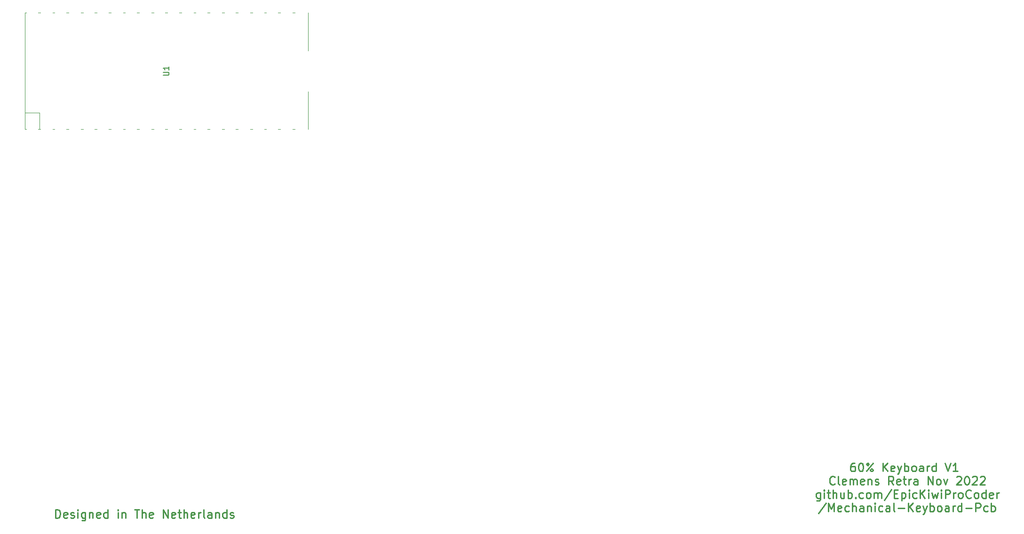
<source format=gbr>
%TF.GenerationSoftware,KiCad,Pcbnew,6.0.6-3a73a75311~116~ubuntu21.10.1*%
%TF.CreationDate,2022-11-06T15:30:45+01:00*%
%TF.ProjectId,Keyboard,4b657962-6f61-4726-942e-6b696361645f,v1*%
%TF.SameCoordinates,Original*%
%TF.FileFunction,Legend,Top*%
%TF.FilePolarity,Positive*%
%FSLAX46Y46*%
G04 Gerber Fmt 4.6, Leading zero omitted, Abs format (unit mm)*
G04 Created by KiCad (PCBNEW 6.0.6-3a73a75311~116~ubuntu21.10.1) date 2022-11-06 15:30:45*
%MOMM*%
%LPD*%
G01*
G04 APERTURE LIST*
%ADD10C,0.250000*%
%ADD11C,0.150000*%
%ADD12C,0.120000*%
%ADD13C,2.000000*%
%ADD14C,1.750000*%
%ADD15C,3.987800*%
%ADD16C,3.000000*%
%ADD17O,1.700000X1.700000*%
%ADD18R,1.700000X1.700000*%
G04 APERTURE END LIST*
D10*
X80037699Y-146719371D02*
X80037699Y-145219371D01*
X80394842Y-145219371D01*
X80609128Y-145290800D01*
X80751985Y-145433657D01*
X80823414Y-145576514D01*
X80894842Y-145862228D01*
X80894842Y-146076514D01*
X80823414Y-146362228D01*
X80751985Y-146505085D01*
X80609128Y-146647942D01*
X80394842Y-146719371D01*
X80037699Y-146719371D01*
X82109128Y-146647942D02*
X81966271Y-146719371D01*
X81680557Y-146719371D01*
X81537699Y-146647942D01*
X81466271Y-146505085D01*
X81466271Y-145933657D01*
X81537699Y-145790800D01*
X81680557Y-145719371D01*
X81966271Y-145719371D01*
X82109128Y-145790800D01*
X82180557Y-145933657D01*
X82180557Y-146076514D01*
X81466271Y-146219371D01*
X82751985Y-146647942D02*
X82894842Y-146719371D01*
X83180557Y-146719371D01*
X83323414Y-146647942D01*
X83394842Y-146505085D01*
X83394842Y-146433657D01*
X83323414Y-146290800D01*
X83180557Y-146219371D01*
X82966271Y-146219371D01*
X82823414Y-146147942D01*
X82751985Y-146005085D01*
X82751985Y-145933657D01*
X82823414Y-145790800D01*
X82966271Y-145719371D01*
X83180557Y-145719371D01*
X83323414Y-145790800D01*
X84037699Y-146719371D02*
X84037699Y-145719371D01*
X84037699Y-145219371D02*
X83966271Y-145290800D01*
X84037699Y-145362228D01*
X84109128Y-145290800D01*
X84037699Y-145219371D01*
X84037699Y-145362228D01*
X85394842Y-145719371D02*
X85394842Y-146933657D01*
X85323414Y-147076514D01*
X85251985Y-147147942D01*
X85109128Y-147219371D01*
X84894842Y-147219371D01*
X84751985Y-147147942D01*
X85394842Y-146647942D02*
X85251985Y-146719371D01*
X84966271Y-146719371D01*
X84823414Y-146647942D01*
X84751985Y-146576514D01*
X84680557Y-146433657D01*
X84680557Y-146005085D01*
X84751985Y-145862228D01*
X84823414Y-145790800D01*
X84966271Y-145719371D01*
X85251985Y-145719371D01*
X85394842Y-145790800D01*
X86109128Y-145719371D02*
X86109128Y-146719371D01*
X86109128Y-145862228D02*
X86180557Y-145790800D01*
X86323414Y-145719371D01*
X86537699Y-145719371D01*
X86680557Y-145790800D01*
X86751985Y-145933657D01*
X86751985Y-146719371D01*
X88037700Y-146647942D02*
X87894842Y-146719371D01*
X87609128Y-146719371D01*
X87466271Y-146647942D01*
X87394842Y-146505085D01*
X87394842Y-145933657D01*
X87466271Y-145790800D01*
X87609128Y-145719371D01*
X87894842Y-145719371D01*
X88037700Y-145790800D01*
X88109128Y-145933657D01*
X88109128Y-146076514D01*
X87394842Y-146219371D01*
X89394842Y-146719371D02*
X89394842Y-145219371D01*
X89394842Y-146647942D02*
X89251985Y-146719371D01*
X88966271Y-146719371D01*
X88823414Y-146647942D01*
X88751985Y-146576514D01*
X88680557Y-146433657D01*
X88680557Y-146005085D01*
X88751985Y-145862228D01*
X88823414Y-145790800D01*
X88966271Y-145719371D01*
X89251985Y-145719371D01*
X89394842Y-145790800D01*
X91251985Y-146719371D02*
X91251985Y-145719371D01*
X91251985Y-145219371D02*
X91180557Y-145290800D01*
X91251985Y-145362228D01*
X91323414Y-145290800D01*
X91251985Y-145219371D01*
X91251985Y-145362228D01*
X91966271Y-145719371D02*
X91966271Y-146719371D01*
X91966271Y-145862228D02*
X92037699Y-145790800D01*
X92180557Y-145719371D01*
X92394842Y-145719371D01*
X92537699Y-145790800D01*
X92609128Y-145933657D01*
X92609128Y-146719371D01*
X94251985Y-145219371D02*
X95109128Y-145219371D01*
X94680557Y-146719371D02*
X94680557Y-145219371D01*
X95609128Y-146719371D02*
X95609128Y-145219371D01*
X96251985Y-146719371D02*
X96251985Y-145933657D01*
X96180557Y-145790800D01*
X96037699Y-145719371D01*
X95823414Y-145719371D01*
X95680557Y-145790800D01*
X95609128Y-145862228D01*
X97537699Y-146647942D02*
X97394842Y-146719371D01*
X97109128Y-146719371D01*
X96966271Y-146647942D01*
X96894842Y-146505085D01*
X96894842Y-145933657D01*
X96966271Y-145790800D01*
X97109128Y-145719371D01*
X97394842Y-145719371D01*
X97537699Y-145790800D01*
X97609128Y-145933657D01*
X97609128Y-146076514D01*
X96894842Y-146219371D01*
X99394842Y-146719371D02*
X99394842Y-145219371D01*
X100251985Y-146719371D01*
X100251985Y-145219371D01*
X101537699Y-146647942D02*
X101394842Y-146719371D01*
X101109128Y-146719371D01*
X100966271Y-146647942D01*
X100894842Y-146505085D01*
X100894842Y-145933657D01*
X100966271Y-145790800D01*
X101109128Y-145719371D01*
X101394842Y-145719371D01*
X101537699Y-145790800D01*
X101609128Y-145933657D01*
X101609128Y-146076514D01*
X100894842Y-146219371D01*
X102037699Y-145719371D02*
X102609128Y-145719371D01*
X102251985Y-145219371D02*
X102251985Y-146505085D01*
X102323414Y-146647942D01*
X102466271Y-146719371D01*
X102609128Y-146719371D01*
X103109128Y-146719371D02*
X103109128Y-145219371D01*
X103751985Y-146719371D02*
X103751985Y-145933657D01*
X103680557Y-145790800D01*
X103537700Y-145719371D01*
X103323414Y-145719371D01*
X103180557Y-145790800D01*
X103109128Y-145862228D01*
X105037700Y-146647942D02*
X104894842Y-146719371D01*
X104609128Y-146719371D01*
X104466271Y-146647942D01*
X104394842Y-146505085D01*
X104394842Y-145933657D01*
X104466271Y-145790800D01*
X104609128Y-145719371D01*
X104894842Y-145719371D01*
X105037700Y-145790800D01*
X105109128Y-145933657D01*
X105109128Y-146076514D01*
X104394842Y-146219371D01*
X105751985Y-146719371D02*
X105751985Y-145719371D01*
X105751985Y-146005085D02*
X105823414Y-145862228D01*
X105894842Y-145790800D01*
X106037700Y-145719371D01*
X106180557Y-145719371D01*
X106894842Y-146719371D02*
X106751985Y-146647942D01*
X106680557Y-146505085D01*
X106680557Y-145219371D01*
X108109128Y-146719371D02*
X108109128Y-145933657D01*
X108037700Y-145790800D01*
X107894842Y-145719371D01*
X107609128Y-145719371D01*
X107466271Y-145790800D01*
X108109128Y-146647942D02*
X107966271Y-146719371D01*
X107609128Y-146719371D01*
X107466271Y-146647942D01*
X107394842Y-146505085D01*
X107394842Y-146362228D01*
X107466271Y-146219371D01*
X107609128Y-146147942D01*
X107966271Y-146147942D01*
X108109128Y-146076514D01*
X108823414Y-145719371D02*
X108823414Y-146719371D01*
X108823414Y-145862228D02*
X108894842Y-145790800D01*
X109037700Y-145719371D01*
X109251985Y-145719371D01*
X109394842Y-145790800D01*
X109466271Y-145933657D01*
X109466271Y-146719371D01*
X110823414Y-146719371D02*
X110823414Y-145219371D01*
X110823414Y-146647942D02*
X110680557Y-146719371D01*
X110394842Y-146719371D01*
X110251985Y-146647942D01*
X110180557Y-146576514D01*
X110109128Y-146433657D01*
X110109128Y-146005085D01*
X110180557Y-145862228D01*
X110251985Y-145790800D01*
X110394842Y-145719371D01*
X110680557Y-145719371D01*
X110823414Y-145790800D01*
X111466271Y-146647942D02*
X111609128Y-146719371D01*
X111894842Y-146719371D01*
X112037700Y-146647942D01*
X112109128Y-146505085D01*
X112109128Y-146433657D01*
X112037700Y-146290800D01*
X111894842Y-146219371D01*
X111680557Y-146219371D01*
X111537700Y-146147942D01*
X111466271Y-146005085D01*
X111466271Y-145933657D01*
X111537700Y-145790800D01*
X111680557Y-145719371D01*
X111894842Y-145719371D01*
X112037700Y-145790800D01*
X223847800Y-136834671D02*
X223562085Y-136834671D01*
X223419228Y-136906100D01*
X223347800Y-136977528D01*
X223204942Y-137191814D01*
X223133514Y-137477528D01*
X223133514Y-138048957D01*
X223204942Y-138191814D01*
X223276371Y-138263242D01*
X223419228Y-138334671D01*
X223704942Y-138334671D01*
X223847800Y-138263242D01*
X223919228Y-138191814D01*
X223990657Y-138048957D01*
X223990657Y-137691814D01*
X223919228Y-137548957D01*
X223847800Y-137477528D01*
X223704942Y-137406100D01*
X223419228Y-137406100D01*
X223276371Y-137477528D01*
X223204942Y-137548957D01*
X223133514Y-137691814D01*
X224919228Y-136834671D02*
X225062085Y-136834671D01*
X225204942Y-136906100D01*
X225276371Y-136977528D01*
X225347800Y-137120385D01*
X225419228Y-137406100D01*
X225419228Y-137763242D01*
X225347800Y-138048957D01*
X225276371Y-138191814D01*
X225204942Y-138263242D01*
X225062085Y-138334671D01*
X224919228Y-138334671D01*
X224776371Y-138263242D01*
X224704942Y-138191814D01*
X224633514Y-138048957D01*
X224562085Y-137763242D01*
X224562085Y-137406100D01*
X224633514Y-137120385D01*
X224704942Y-136977528D01*
X224776371Y-136906100D01*
X224919228Y-136834671D01*
X225990657Y-138334671D02*
X227133514Y-136834671D01*
X226204942Y-136834671D02*
X226347800Y-136906100D01*
X226419228Y-137048957D01*
X226347800Y-137191814D01*
X226204942Y-137263242D01*
X226062085Y-137191814D01*
X225990657Y-137048957D01*
X226062085Y-136906100D01*
X226204942Y-136834671D01*
X227062085Y-138263242D02*
X227133514Y-138120385D01*
X227062085Y-137977528D01*
X226919228Y-137906100D01*
X226776371Y-137977528D01*
X226704942Y-138120385D01*
X226776371Y-138263242D01*
X226919228Y-138334671D01*
X227062085Y-138263242D01*
X228919228Y-138334671D02*
X228919228Y-136834671D01*
X229776371Y-138334671D02*
X229133514Y-137477528D01*
X229776371Y-136834671D02*
X228919228Y-137691814D01*
X230990657Y-138263242D02*
X230847800Y-138334671D01*
X230562085Y-138334671D01*
X230419228Y-138263242D01*
X230347800Y-138120385D01*
X230347800Y-137548957D01*
X230419228Y-137406100D01*
X230562085Y-137334671D01*
X230847800Y-137334671D01*
X230990657Y-137406100D01*
X231062085Y-137548957D01*
X231062085Y-137691814D01*
X230347800Y-137834671D01*
X231562085Y-137334671D02*
X231919228Y-138334671D01*
X232276371Y-137334671D02*
X231919228Y-138334671D01*
X231776371Y-138691814D01*
X231704942Y-138763242D01*
X231562085Y-138834671D01*
X232847800Y-138334671D02*
X232847800Y-136834671D01*
X232847800Y-137406100D02*
X232990657Y-137334671D01*
X233276371Y-137334671D01*
X233419228Y-137406100D01*
X233490657Y-137477528D01*
X233562085Y-137620385D01*
X233562085Y-138048957D01*
X233490657Y-138191814D01*
X233419228Y-138263242D01*
X233276371Y-138334671D01*
X232990657Y-138334671D01*
X232847800Y-138263242D01*
X234419228Y-138334671D02*
X234276371Y-138263242D01*
X234204942Y-138191814D01*
X234133514Y-138048957D01*
X234133514Y-137620385D01*
X234204942Y-137477528D01*
X234276371Y-137406100D01*
X234419228Y-137334671D01*
X234633514Y-137334671D01*
X234776371Y-137406100D01*
X234847800Y-137477528D01*
X234919228Y-137620385D01*
X234919228Y-138048957D01*
X234847800Y-138191814D01*
X234776371Y-138263242D01*
X234633514Y-138334671D01*
X234419228Y-138334671D01*
X236204942Y-138334671D02*
X236204942Y-137548957D01*
X236133514Y-137406100D01*
X235990657Y-137334671D01*
X235704942Y-137334671D01*
X235562085Y-137406100D01*
X236204942Y-138263242D02*
X236062085Y-138334671D01*
X235704942Y-138334671D01*
X235562085Y-138263242D01*
X235490657Y-138120385D01*
X235490657Y-137977528D01*
X235562085Y-137834671D01*
X235704942Y-137763242D01*
X236062085Y-137763242D01*
X236204942Y-137691814D01*
X236919228Y-138334671D02*
X236919228Y-137334671D01*
X236919228Y-137620385D02*
X236990657Y-137477528D01*
X237062085Y-137406100D01*
X237204942Y-137334671D01*
X237347800Y-137334671D01*
X238490657Y-138334671D02*
X238490657Y-136834671D01*
X238490657Y-138263242D02*
X238347800Y-138334671D01*
X238062085Y-138334671D01*
X237919228Y-138263242D01*
X237847800Y-138191814D01*
X237776371Y-138048957D01*
X237776371Y-137620385D01*
X237847800Y-137477528D01*
X237919228Y-137406100D01*
X238062085Y-137334671D01*
X238347800Y-137334671D01*
X238490657Y-137406100D01*
X240133514Y-136834671D02*
X240633514Y-138334671D01*
X241133514Y-136834671D01*
X242419228Y-138334671D02*
X241562085Y-138334671D01*
X241990657Y-138334671D02*
X241990657Y-136834671D01*
X241847800Y-137048957D01*
X241704942Y-137191814D01*
X241562085Y-137263242D01*
X220276371Y-140606814D02*
X220204942Y-140678242D01*
X219990657Y-140749671D01*
X219847800Y-140749671D01*
X219633514Y-140678242D01*
X219490657Y-140535385D01*
X219419228Y-140392528D01*
X219347800Y-140106814D01*
X219347800Y-139892528D01*
X219419228Y-139606814D01*
X219490657Y-139463957D01*
X219633514Y-139321100D01*
X219847800Y-139249671D01*
X219990657Y-139249671D01*
X220204942Y-139321100D01*
X220276371Y-139392528D01*
X221133514Y-140749671D02*
X220990657Y-140678242D01*
X220919228Y-140535385D01*
X220919228Y-139249671D01*
X222276371Y-140678242D02*
X222133514Y-140749671D01*
X221847800Y-140749671D01*
X221704942Y-140678242D01*
X221633514Y-140535385D01*
X221633514Y-139963957D01*
X221704942Y-139821100D01*
X221847800Y-139749671D01*
X222133514Y-139749671D01*
X222276371Y-139821100D01*
X222347800Y-139963957D01*
X222347800Y-140106814D01*
X221633514Y-140249671D01*
X222990657Y-140749671D02*
X222990657Y-139749671D01*
X222990657Y-139892528D02*
X223062085Y-139821100D01*
X223204942Y-139749671D01*
X223419228Y-139749671D01*
X223562085Y-139821100D01*
X223633514Y-139963957D01*
X223633514Y-140749671D01*
X223633514Y-139963957D02*
X223704942Y-139821100D01*
X223847800Y-139749671D01*
X224062085Y-139749671D01*
X224204942Y-139821100D01*
X224276371Y-139963957D01*
X224276371Y-140749671D01*
X225562085Y-140678242D02*
X225419228Y-140749671D01*
X225133514Y-140749671D01*
X224990657Y-140678242D01*
X224919228Y-140535385D01*
X224919228Y-139963957D01*
X224990657Y-139821100D01*
X225133514Y-139749671D01*
X225419228Y-139749671D01*
X225562085Y-139821100D01*
X225633514Y-139963957D01*
X225633514Y-140106814D01*
X224919228Y-140249671D01*
X226276371Y-139749671D02*
X226276371Y-140749671D01*
X226276371Y-139892528D02*
X226347800Y-139821100D01*
X226490657Y-139749671D01*
X226704942Y-139749671D01*
X226847800Y-139821100D01*
X226919228Y-139963957D01*
X226919228Y-140749671D01*
X227562085Y-140678242D02*
X227704942Y-140749671D01*
X227990657Y-140749671D01*
X228133514Y-140678242D01*
X228204942Y-140535385D01*
X228204942Y-140463957D01*
X228133514Y-140321100D01*
X227990657Y-140249671D01*
X227776371Y-140249671D01*
X227633514Y-140178242D01*
X227562085Y-140035385D01*
X227562085Y-139963957D01*
X227633514Y-139821100D01*
X227776371Y-139749671D01*
X227990657Y-139749671D01*
X228133514Y-139821100D01*
X230847800Y-140749671D02*
X230347800Y-140035385D01*
X229990657Y-140749671D02*
X229990657Y-139249671D01*
X230562085Y-139249671D01*
X230704942Y-139321100D01*
X230776371Y-139392528D01*
X230847800Y-139535385D01*
X230847800Y-139749671D01*
X230776371Y-139892528D01*
X230704942Y-139963957D01*
X230562085Y-140035385D01*
X229990657Y-140035385D01*
X232062085Y-140678242D02*
X231919228Y-140749671D01*
X231633514Y-140749671D01*
X231490657Y-140678242D01*
X231419228Y-140535385D01*
X231419228Y-139963957D01*
X231490657Y-139821100D01*
X231633514Y-139749671D01*
X231919228Y-139749671D01*
X232062085Y-139821100D01*
X232133514Y-139963957D01*
X232133514Y-140106814D01*
X231419228Y-140249671D01*
X232562085Y-139749671D02*
X233133514Y-139749671D01*
X232776371Y-139249671D02*
X232776371Y-140535385D01*
X232847800Y-140678242D01*
X232990657Y-140749671D01*
X233133514Y-140749671D01*
X233633514Y-140749671D02*
X233633514Y-139749671D01*
X233633514Y-140035385D02*
X233704942Y-139892528D01*
X233776371Y-139821100D01*
X233919228Y-139749671D01*
X234062085Y-139749671D01*
X235204942Y-140749671D02*
X235204942Y-139963957D01*
X235133514Y-139821100D01*
X234990657Y-139749671D01*
X234704942Y-139749671D01*
X234562085Y-139821100D01*
X235204942Y-140678242D02*
X235062085Y-140749671D01*
X234704942Y-140749671D01*
X234562085Y-140678242D01*
X234490657Y-140535385D01*
X234490657Y-140392528D01*
X234562085Y-140249671D01*
X234704942Y-140178242D01*
X235062085Y-140178242D01*
X235204942Y-140106814D01*
X237062085Y-140749671D02*
X237062085Y-139249671D01*
X237919228Y-140749671D01*
X237919228Y-139249671D01*
X238847800Y-140749671D02*
X238704942Y-140678242D01*
X238633514Y-140606814D01*
X238562085Y-140463957D01*
X238562085Y-140035385D01*
X238633514Y-139892528D01*
X238704942Y-139821100D01*
X238847800Y-139749671D01*
X239062085Y-139749671D01*
X239204942Y-139821100D01*
X239276371Y-139892528D01*
X239347800Y-140035385D01*
X239347800Y-140463957D01*
X239276371Y-140606814D01*
X239204942Y-140678242D01*
X239062085Y-140749671D01*
X238847800Y-140749671D01*
X239847800Y-139749671D02*
X240204942Y-140749671D01*
X240562085Y-139749671D01*
X242204942Y-139392528D02*
X242276371Y-139321100D01*
X242419228Y-139249671D01*
X242776371Y-139249671D01*
X242919228Y-139321100D01*
X242990657Y-139392528D01*
X243062085Y-139535385D01*
X243062085Y-139678242D01*
X242990657Y-139892528D01*
X242133514Y-140749671D01*
X243062085Y-140749671D01*
X243990657Y-139249671D02*
X244133514Y-139249671D01*
X244276371Y-139321100D01*
X244347800Y-139392528D01*
X244419228Y-139535385D01*
X244490657Y-139821100D01*
X244490657Y-140178242D01*
X244419228Y-140463957D01*
X244347800Y-140606814D01*
X244276371Y-140678242D01*
X244133514Y-140749671D01*
X243990657Y-140749671D01*
X243847800Y-140678242D01*
X243776371Y-140606814D01*
X243704942Y-140463957D01*
X243633514Y-140178242D01*
X243633514Y-139821100D01*
X243704942Y-139535385D01*
X243776371Y-139392528D01*
X243847800Y-139321100D01*
X243990657Y-139249671D01*
X245062085Y-139392528D02*
X245133514Y-139321100D01*
X245276371Y-139249671D01*
X245633514Y-139249671D01*
X245776371Y-139321100D01*
X245847800Y-139392528D01*
X245919228Y-139535385D01*
X245919228Y-139678242D01*
X245847800Y-139892528D01*
X244990657Y-140749671D01*
X245919228Y-140749671D01*
X246490657Y-139392528D02*
X246562085Y-139321100D01*
X246704942Y-139249671D01*
X247062085Y-139249671D01*
X247204942Y-139321100D01*
X247276371Y-139392528D01*
X247347800Y-139535385D01*
X247347800Y-139678242D01*
X247276371Y-139892528D01*
X246419228Y-140749671D01*
X247347800Y-140749671D01*
X217669228Y-142164671D02*
X217669228Y-143378957D01*
X217597800Y-143521814D01*
X217526371Y-143593242D01*
X217383514Y-143664671D01*
X217169228Y-143664671D01*
X217026371Y-143593242D01*
X217669228Y-143093242D02*
X217526371Y-143164671D01*
X217240657Y-143164671D01*
X217097800Y-143093242D01*
X217026371Y-143021814D01*
X216954942Y-142878957D01*
X216954942Y-142450385D01*
X217026371Y-142307528D01*
X217097800Y-142236100D01*
X217240657Y-142164671D01*
X217526371Y-142164671D01*
X217669228Y-142236100D01*
X218383514Y-143164671D02*
X218383514Y-142164671D01*
X218383514Y-141664671D02*
X218312085Y-141736100D01*
X218383514Y-141807528D01*
X218454942Y-141736100D01*
X218383514Y-141664671D01*
X218383514Y-141807528D01*
X218883514Y-142164671D02*
X219454942Y-142164671D01*
X219097800Y-141664671D02*
X219097800Y-142950385D01*
X219169228Y-143093242D01*
X219312085Y-143164671D01*
X219454942Y-143164671D01*
X219954942Y-143164671D02*
X219954942Y-141664671D01*
X220597800Y-143164671D02*
X220597800Y-142378957D01*
X220526371Y-142236100D01*
X220383514Y-142164671D01*
X220169228Y-142164671D01*
X220026371Y-142236100D01*
X219954942Y-142307528D01*
X221954942Y-142164671D02*
X221954942Y-143164671D01*
X221312085Y-142164671D02*
X221312085Y-142950385D01*
X221383514Y-143093242D01*
X221526371Y-143164671D01*
X221740657Y-143164671D01*
X221883514Y-143093242D01*
X221954942Y-143021814D01*
X222669228Y-143164671D02*
X222669228Y-141664671D01*
X222669228Y-142236100D02*
X222812085Y-142164671D01*
X223097800Y-142164671D01*
X223240657Y-142236100D01*
X223312085Y-142307528D01*
X223383514Y-142450385D01*
X223383514Y-142878957D01*
X223312085Y-143021814D01*
X223240657Y-143093242D01*
X223097800Y-143164671D01*
X222812085Y-143164671D01*
X222669228Y-143093242D01*
X224026371Y-143021814D02*
X224097800Y-143093242D01*
X224026371Y-143164671D01*
X223954942Y-143093242D01*
X224026371Y-143021814D01*
X224026371Y-143164671D01*
X225383514Y-143093242D02*
X225240657Y-143164671D01*
X224954942Y-143164671D01*
X224812085Y-143093242D01*
X224740657Y-143021814D01*
X224669228Y-142878957D01*
X224669228Y-142450385D01*
X224740657Y-142307528D01*
X224812085Y-142236100D01*
X224954942Y-142164671D01*
X225240657Y-142164671D01*
X225383514Y-142236100D01*
X226240657Y-143164671D02*
X226097800Y-143093242D01*
X226026371Y-143021814D01*
X225954942Y-142878957D01*
X225954942Y-142450385D01*
X226026371Y-142307528D01*
X226097800Y-142236100D01*
X226240657Y-142164671D01*
X226454942Y-142164671D01*
X226597800Y-142236100D01*
X226669228Y-142307528D01*
X226740657Y-142450385D01*
X226740657Y-142878957D01*
X226669228Y-143021814D01*
X226597800Y-143093242D01*
X226454942Y-143164671D01*
X226240657Y-143164671D01*
X227383514Y-143164671D02*
X227383514Y-142164671D01*
X227383514Y-142307528D02*
X227454942Y-142236100D01*
X227597800Y-142164671D01*
X227812085Y-142164671D01*
X227954942Y-142236100D01*
X228026371Y-142378957D01*
X228026371Y-143164671D01*
X228026371Y-142378957D02*
X228097800Y-142236100D01*
X228240657Y-142164671D01*
X228454942Y-142164671D01*
X228597800Y-142236100D01*
X228669228Y-142378957D01*
X228669228Y-143164671D01*
X230454942Y-141593242D02*
X229169228Y-143521814D01*
X230954942Y-142378957D02*
X231454942Y-142378957D01*
X231669228Y-143164671D02*
X230954942Y-143164671D01*
X230954942Y-141664671D01*
X231669228Y-141664671D01*
X232312085Y-142164671D02*
X232312085Y-143664671D01*
X232312085Y-142236100D02*
X232454942Y-142164671D01*
X232740657Y-142164671D01*
X232883514Y-142236100D01*
X232954942Y-142307528D01*
X233026371Y-142450385D01*
X233026371Y-142878957D01*
X232954942Y-143021814D01*
X232883514Y-143093242D01*
X232740657Y-143164671D01*
X232454942Y-143164671D01*
X232312085Y-143093242D01*
X233669228Y-143164671D02*
X233669228Y-142164671D01*
X233669228Y-141664671D02*
X233597800Y-141736100D01*
X233669228Y-141807528D01*
X233740657Y-141736100D01*
X233669228Y-141664671D01*
X233669228Y-141807528D01*
X235026371Y-143093242D02*
X234883514Y-143164671D01*
X234597800Y-143164671D01*
X234454942Y-143093242D01*
X234383514Y-143021814D01*
X234312085Y-142878957D01*
X234312085Y-142450385D01*
X234383514Y-142307528D01*
X234454942Y-142236100D01*
X234597800Y-142164671D01*
X234883514Y-142164671D01*
X235026371Y-142236100D01*
X235669228Y-143164671D02*
X235669228Y-141664671D01*
X236526371Y-143164671D02*
X235883514Y-142307528D01*
X236526371Y-141664671D02*
X235669228Y-142521814D01*
X237169228Y-143164671D02*
X237169228Y-142164671D01*
X237169228Y-141664671D02*
X237097800Y-141736100D01*
X237169228Y-141807528D01*
X237240657Y-141736100D01*
X237169228Y-141664671D01*
X237169228Y-141807528D01*
X237740657Y-142164671D02*
X238026371Y-143164671D01*
X238312085Y-142450385D01*
X238597800Y-143164671D01*
X238883514Y-142164671D01*
X239454942Y-143164671D02*
X239454942Y-142164671D01*
X239454942Y-141664671D02*
X239383514Y-141736100D01*
X239454942Y-141807528D01*
X239526371Y-141736100D01*
X239454942Y-141664671D01*
X239454942Y-141807528D01*
X240169228Y-143164671D02*
X240169228Y-141664671D01*
X240740657Y-141664671D01*
X240883514Y-141736100D01*
X240954942Y-141807528D01*
X241026371Y-141950385D01*
X241026371Y-142164671D01*
X240954942Y-142307528D01*
X240883514Y-142378957D01*
X240740657Y-142450385D01*
X240169228Y-142450385D01*
X241669228Y-143164671D02*
X241669228Y-142164671D01*
X241669228Y-142450385D02*
X241740657Y-142307528D01*
X241812085Y-142236100D01*
X241954942Y-142164671D01*
X242097800Y-142164671D01*
X242812085Y-143164671D02*
X242669228Y-143093242D01*
X242597800Y-143021814D01*
X242526371Y-142878957D01*
X242526371Y-142450385D01*
X242597800Y-142307528D01*
X242669228Y-142236100D01*
X242812085Y-142164671D01*
X243026371Y-142164671D01*
X243169228Y-142236100D01*
X243240657Y-142307528D01*
X243312085Y-142450385D01*
X243312085Y-142878957D01*
X243240657Y-143021814D01*
X243169228Y-143093242D01*
X243026371Y-143164671D01*
X242812085Y-143164671D01*
X244812085Y-143021814D02*
X244740657Y-143093242D01*
X244526371Y-143164671D01*
X244383514Y-143164671D01*
X244169228Y-143093242D01*
X244026371Y-142950385D01*
X243954942Y-142807528D01*
X243883514Y-142521814D01*
X243883514Y-142307528D01*
X243954942Y-142021814D01*
X244026371Y-141878957D01*
X244169228Y-141736100D01*
X244383514Y-141664671D01*
X244526371Y-141664671D01*
X244740657Y-141736100D01*
X244812085Y-141807528D01*
X245669228Y-143164671D02*
X245526371Y-143093242D01*
X245454942Y-143021814D01*
X245383514Y-142878957D01*
X245383514Y-142450385D01*
X245454942Y-142307528D01*
X245526371Y-142236100D01*
X245669228Y-142164671D01*
X245883514Y-142164671D01*
X246026371Y-142236100D01*
X246097800Y-142307528D01*
X246169228Y-142450385D01*
X246169228Y-142878957D01*
X246097800Y-143021814D01*
X246026371Y-143093242D01*
X245883514Y-143164671D01*
X245669228Y-143164671D01*
X247454942Y-143164671D02*
X247454942Y-141664671D01*
X247454942Y-143093242D02*
X247312085Y-143164671D01*
X247026371Y-143164671D01*
X246883514Y-143093242D01*
X246812085Y-143021814D01*
X246740657Y-142878957D01*
X246740657Y-142450385D01*
X246812085Y-142307528D01*
X246883514Y-142236100D01*
X247026371Y-142164671D01*
X247312085Y-142164671D01*
X247454942Y-142236100D01*
X248740657Y-143093242D02*
X248597800Y-143164671D01*
X248312085Y-143164671D01*
X248169228Y-143093242D01*
X248097800Y-142950385D01*
X248097800Y-142378957D01*
X248169228Y-142236100D01*
X248312085Y-142164671D01*
X248597800Y-142164671D01*
X248740657Y-142236100D01*
X248812085Y-142378957D01*
X248812085Y-142521814D01*
X248097800Y-142664671D01*
X249454942Y-143164671D02*
X249454942Y-142164671D01*
X249454942Y-142450385D02*
X249526371Y-142307528D01*
X249597800Y-142236100D01*
X249740657Y-142164671D01*
X249883514Y-142164671D01*
X218669228Y-144008242D02*
X217383514Y-145936814D01*
X219169228Y-145579671D02*
X219169228Y-144079671D01*
X219669228Y-145151100D01*
X220169228Y-144079671D01*
X220169228Y-145579671D01*
X221454942Y-145508242D02*
X221312085Y-145579671D01*
X221026371Y-145579671D01*
X220883514Y-145508242D01*
X220812085Y-145365385D01*
X220812085Y-144793957D01*
X220883514Y-144651100D01*
X221026371Y-144579671D01*
X221312085Y-144579671D01*
X221454942Y-144651100D01*
X221526371Y-144793957D01*
X221526371Y-144936814D01*
X220812085Y-145079671D01*
X222812085Y-145508242D02*
X222669228Y-145579671D01*
X222383514Y-145579671D01*
X222240657Y-145508242D01*
X222169228Y-145436814D01*
X222097800Y-145293957D01*
X222097800Y-144865385D01*
X222169228Y-144722528D01*
X222240657Y-144651100D01*
X222383514Y-144579671D01*
X222669228Y-144579671D01*
X222812085Y-144651100D01*
X223454942Y-145579671D02*
X223454942Y-144079671D01*
X224097800Y-145579671D02*
X224097800Y-144793957D01*
X224026371Y-144651100D01*
X223883514Y-144579671D01*
X223669228Y-144579671D01*
X223526371Y-144651100D01*
X223454942Y-144722528D01*
X225454942Y-145579671D02*
X225454942Y-144793957D01*
X225383514Y-144651100D01*
X225240657Y-144579671D01*
X224954942Y-144579671D01*
X224812085Y-144651100D01*
X225454942Y-145508242D02*
X225312085Y-145579671D01*
X224954942Y-145579671D01*
X224812085Y-145508242D01*
X224740657Y-145365385D01*
X224740657Y-145222528D01*
X224812085Y-145079671D01*
X224954942Y-145008242D01*
X225312085Y-145008242D01*
X225454942Y-144936814D01*
X226169228Y-144579671D02*
X226169228Y-145579671D01*
X226169228Y-144722528D02*
X226240657Y-144651100D01*
X226383514Y-144579671D01*
X226597800Y-144579671D01*
X226740657Y-144651100D01*
X226812085Y-144793957D01*
X226812085Y-145579671D01*
X227526371Y-145579671D02*
X227526371Y-144579671D01*
X227526371Y-144079671D02*
X227454942Y-144151100D01*
X227526371Y-144222528D01*
X227597800Y-144151100D01*
X227526371Y-144079671D01*
X227526371Y-144222528D01*
X228883514Y-145508242D02*
X228740657Y-145579671D01*
X228454942Y-145579671D01*
X228312085Y-145508242D01*
X228240657Y-145436814D01*
X228169228Y-145293957D01*
X228169228Y-144865385D01*
X228240657Y-144722528D01*
X228312085Y-144651100D01*
X228454942Y-144579671D01*
X228740657Y-144579671D01*
X228883514Y-144651100D01*
X230169228Y-145579671D02*
X230169228Y-144793957D01*
X230097800Y-144651100D01*
X229954942Y-144579671D01*
X229669228Y-144579671D01*
X229526371Y-144651100D01*
X230169228Y-145508242D02*
X230026371Y-145579671D01*
X229669228Y-145579671D01*
X229526371Y-145508242D01*
X229454942Y-145365385D01*
X229454942Y-145222528D01*
X229526371Y-145079671D01*
X229669228Y-145008242D01*
X230026371Y-145008242D01*
X230169228Y-144936814D01*
X231097800Y-145579671D02*
X230954942Y-145508242D01*
X230883514Y-145365385D01*
X230883514Y-144079671D01*
X231669228Y-145008242D02*
X232812085Y-145008242D01*
X233526371Y-145579671D02*
X233526371Y-144079671D01*
X234383514Y-145579671D02*
X233740657Y-144722528D01*
X234383514Y-144079671D02*
X233526371Y-144936814D01*
X235597800Y-145508242D02*
X235454942Y-145579671D01*
X235169228Y-145579671D01*
X235026371Y-145508242D01*
X234954942Y-145365385D01*
X234954942Y-144793957D01*
X235026371Y-144651100D01*
X235169228Y-144579671D01*
X235454942Y-144579671D01*
X235597800Y-144651100D01*
X235669228Y-144793957D01*
X235669228Y-144936814D01*
X234954942Y-145079671D01*
X236169228Y-144579671D02*
X236526371Y-145579671D01*
X236883514Y-144579671D02*
X236526371Y-145579671D01*
X236383514Y-145936814D01*
X236312085Y-146008242D01*
X236169228Y-146079671D01*
X237454942Y-145579671D02*
X237454942Y-144079671D01*
X237454942Y-144651100D02*
X237597800Y-144579671D01*
X237883514Y-144579671D01*
X238026371Y-144651100D01*
X238097800Y-144722528D01*
X238169228Y-144865385D01*
X238169228Y-145293957D01*
X238097800Y-145436814D01*
X238026371Y-145508242D01*
X237883514Y-145579671D01*
X237597800Y-145579671D01*
X237454942Y-145508242D01*
X239026371Y-145579671D02*
X238883514Y-145508242D01*
X238812085Y-145436814D01*
X238740657Y-145293957D01*
X238740657Y-144865385D01*
X238812085Y-144722528D01*
X238883514Y-144651100D01*
X239026371Y-144579671D01*
X239240657Y-144579671D01*
X239383514Y-144651100D01*
X239454942Y-144722528D01*
X239526371Y-144865385D01*
X239526371Y-145293957D01*
X239454942Y-145436814D01*
X239383514Y-145508242D01*
X239240657Y-145579671D01*
X239026371Y-145579671D01*
X240812085Y-145579671D02*
X240812085Y-144793957D01*
X240740657Y-144651100D01*
X240597800Y-144579671D01*
X240312085Y-144579671D01*
X240169228Y-144651100D01*
X240812085Y-145508242D02*
X240669228Y-145579671D01*
X240312085Y-145579671D01*
X240169228Y-145508242D01*
X240097800Y-145365385D01*
X240097800Y-145222528D01*
X240169228Y-145079671D01*
X240312085Y-145008242D01*
X240669228Y-145008242D01*
X240812085Y-144936814D01*
X241526371Y-145579671D02*
X241526371Y-144579671D01*
X241526371Y-144865385D02*
X241597800Y-144722528D01*
X241669228Y-144651100D01*
X241812085Y-144579671D01*
X241954942Y-144579671D01*
X243097800Y-145579671D02*
X243097800Y-144079671D01*
X243097800Y-145508242D02*
X242954942Y-145579671D01*
X242669228Y-145579671D01*
X242526371Y-145508242D01*
X242454942Y-145436814D01*
X242383514Y-145293957D01*
X242383514Y-144865385D01*
X242454942Y-144722528D01*
X242526371Y-144651100D01*
X242669228Y-144579671D01*
X242954942Y-144579671D01*
X243097800Y-144651100D01*
X243812085Y-145008242D02*
X244954942Y-145008242D01*
X245669228Y-145579671D02*
X245669228Y-144079671D01*
X246240657Y-144079671D01*
X246383514Y-144151100D01*
X246454942Y-144222528D01*
X246526371Y-144365385D01*
X246526371Y-144579671D01*
X246454942Y-144722528D01*
X246383514Y-144793957D01*
X246240657Y-144865385D01*
X245669228Y-144865385D01*
X247812085Y-145508242D02*
X247669228Y-145579671D01*
X247383514Y-145579671D01*
X247240657Y-145508242D01*
X247169228Y-145436814D01*
X247097800Y-145293957D01*
X247097800Y-144865385D01*
X247169228Y-144722528D01*
X247240657Y-144651100D01*
X247383514Y-144579671D01*
X247669228Y-144579671D01*
X247812085Y-144651100D01*
X248454942Y-145579671D02*
X248454942Y-144079671D01*
X248454942Y-144651100D02*
X248597800Y-144579671D01*
X248883514Y-144579671D01*
X249026371Y-144651100D01*
X249097800Y-144722528D01*
X249169228Y-144865385D01*
X249169228Y-145293957D01*
X249097800Y-145436814D01*
X249026371Y-145508242D01*
X248883514Y-145579671D01*
X248597800Y-145579671D01*
X248454942Y-145508242D01*
D11*
%TO.C,U1*%
X99433380Y-66957304D02*
X100242904Y-66957304D01*
X100338142Y-66909685D01*
X100385761Y-66862066D01*
X100433380Y-66766828D01*
X100433380Y-66576352D01*
X100385761Y-66481114D01*
X100338142Y-66433495D01*
X100242904Y-66385876D01*
X99433380Y-66385876D01*
X100433380Y-65385876D02*
X100433380Y-65957304D01*
X100433380Y-65671590D02*
X99433380Y-65671590D01*
X99576238Y-65766828D01*
X99671476Y-65862066D01*
X99719095Y-65957304D01*
D12*
X120081000Y-76695400D02*
X120481000Y-76695400D01*
X122681000Y-55695400D02*
X123081000Y-55695400D01*
X92181000Y-76695400D02*
X92581000Y-76695400D01*
X125481000Y-55695400D02*
X125481000Y-62495400D01*
X81981000Y-55695400D02*
X82381000Y-55695400D01*
X115081000Y-55695400D02*
X115481000Y-55695400D01*
X89581000Y-76695400D02*
X89981000Y-76695400D01*
X87081000Y-55695400D02*
X87481000Y-55695400D01*
X112481000Y-76695400D02*
X112881000Y-76695400D01*
X76881000Y-76695400D02*
X77281000Y-76695400D01*
X77148000Y-76695400D02*
X77148000Y-73688400D01*
X94681000Y-55695400D02*
X95081000Y-55695400D01*
X99781000Y-76695400D02*
X100181000Y-76695400D01*
X79481000Y-76695400D02*
X79881000Y-76695400D01*
X125481000Y-69895400D02*
X125481000Y-76695400D01*
X97281000Y-76695400D02*
X97681000Y-76695400D01*
X77148000Y-73688400D02*
X74481000Y-73688400D01*
X74481000Y-76695400D02*
X74781000Y-76695400D01*
X109981000Y-55695400D02*
X110381000Y-55695400D01*
X79481000Y-55695400D02*
X79881000Y-55695400D01*
X104881000Y-76695400D02*
X105281000Y-76695400D01*
X92181000Y-55695400D02*
X92581000Y-55695400D01*
X76881000Y-55695400D02*
X77281000Y-55695400D01*
X117581000Y-76695400D02*
X117981000Y-76695400D01*
X109981000Y-76695400D02*
X110381000Y-76695400D01*
X120081000Y-55695400D02*
X120481000Y-55695400D01*
X112481000Y-55695400D02*
X112881000Y-55695400D01*
X74481000Y-76695400D02*
X74481000Y-55695400D01*
X84581000Y-76695400D02*
X84981000Y-76695400D01*
X84581000Y-55695400D02*
X84981000Y-55695400D01*
X115081000Y-76695400D02*
X115481000Y-76695400D01*
X97281000Y-55695400D02*
X97681000Y-55695400D01*
X99781000Y-55695400D02*
X100181000Y-55695400D01*
X117581000Y-55695400D02*
X117981000Y-55695400D01*
X89581000Y-55695400D02*
X89981000Y-55695400D01*
X107381000Y-76695400D02*
X107781000Y-76695400D01*
X107381000Y-55695400D02*
X107781000Y-55695400D01*
X94681000Y-76695400D02*
X95081000Y-76695400D01*
X102281000Y-76695400D02*
X102681000Y-76695400D01*
X81981000Y-76695400D02*
X82381000Y-76695400D01*
X87081000Y-76695400D02*
X87481000Y-76695400D01*
X102281000Y-55695400D02*
X102681000Y-55695400D01*
X122681000Y-76695400D02*
X123081000Y-76695400D01*
X104881000Y-55695400D02*
X105281000Y-55695400D01*
X74481000Y-55695400D02*
X74781000Y-55695400D01*
%TD*%
%LPC*%
D13*
%TO.C,SW62*%
X103049900Y-81675900D03*
X103049900Y-88175900D03*
X98549900Y-81675900D03*
X98549900Y-88175900D03*
%TD*%
D14*
%TO.C,SW9*%
X231294900Y-65403300D03*
D15*
X236374900Y-65403300D03*
D14*
X241454900Y-65403300D03*
%TD*%
%TO.C,SW33*%
X169376500Y-103499000D03*
X179536500Y-103499000D03*
D15*
X174456500Y-103499000D03*
%TD*%
D14*
%TO.C,SW4*%
X136044900Y-65403300D03*
D15*
X141124900Y-65403300D03*
D14*
X146204900Y-65403300D03*
%TD*%
%TO.C,SW30*%
X112228700Y-103499300D03*
X122388700Y-103499300D03*
D15*
X117308700Y-103499300D03*
%TD*%
D14*
%TO.C,SW42*%
X90799000Y-122547800D03*
X100959000Y-122547800D03*
D15*
X95879000Y-122547800D03*
%TD*%
D14*
%TO.C,SW25*%
X289075500Y-84450200D03*
X278915500Y-84450200D03*
D15*
X283995500Y-84450200D03*
%TD*%
D14*
%TO.C,SW28*%
X340814500Y-84450500D03*
X350974500Y-84450500D03*
D15*
X345894500Y-84450500D03*
%TD*%
%TO.C,SW49*%
X241123500Y-122548100D03*
D14*
X246203500Y-122548100D03*
X236043500Y-122548100D03*
%TD*%
%TO.C,SW12*%
X288444900Y-65403300D03*
D15*
X293524900Y-65403300D03*
D14*
X298604900Y-65403300D03*
%TD*%
D15*
%TO.C,SW20*%
X188745500Y-84450200D03*
D14*
X183665500Y-84450200D03*
X193825500Y-84450200D03*
%TD*%
%TO.C,SW11*%
X269394900Y-65403300D03*
X279554900Y-65403300D03*
D15*
X274474900Y-65403300D03*
%TD*%
D16*
%TO.C,M1*%
X103974700Y-103974700D03*
%TD*%
D14*
%TO.C,SW40*%
X312886500Y-103499000D03*
X302726500Y-103499000D03*
D15*
X307806500Y-103499000D03*
%TD*%
D17*
%TO.C,U1*%
X75851000Y-75085400D03*
X78391000Y-75085400D03*
D18*
X80931000Y-75085400D03*
D17*
X83471000Y-75085400D03*
X86011000Y-75085400D03*
X88551000Y-75085400D03*
X91091000Y-75085400D03*
D18*
X93631000Y-75085400D03*
D17*
X96171000Y-75085400D03*
X98711000Y-75085400D03*
X101251000Y-75085400D03*
X103791000Y-75085400D03*
D18*
X106331000Y-75085400D03*
D17*
X108871000Y-75085400D03*
X111411000Y-75085400D03*
X113951000Y-75085400D03*
X116491000Y-75085400D03*
D18*
X119031000Y-75085400D03*
D17*
X121571000Y-75085400D03*
X124111000Y-75085400D03*
X124111000Y-57305400D03*
X121571000Y-57305400D03*
D18*
X119031000Y-57305400D03*
D17*
X116491000Y-57305400D03*
X113951000Y-57305400D03*
X111411000Y-57305400D03*
X108871000Y-57305400D03*
D18*
X106331000Y-57305400D03*
D17*
X103791000Y-57305400D03*
X101251000Y-57305400D03*
X98711000Y-57305400D03*
X96171000Y-57305400D03*
D18*
X93631000Y-57305400D03*
D17*
X91091000Y-57305400D03*
X88551000Y-57305400D03*
X86011000Y-57305400D03*
X83471000Y-57305400D03*
D18*
X80931000Y-57305400D03*
D17*
X78391000Y-57305400D03*
X75851000Y-57305400D03*
%TD*%
D14*
%TO.C,SW23*%
X250975500Y-84450200D03*
X240815500Y-84450200D03*
D15*
X245895500Y-84450200D03*
%TD*%
D14*
%TO.C,SW31*%
X131277500Y-103499300D03*
D15*
X136357500Y-103499300D03*
D14*
X141437500Y-103499300D03*
%TD*%
D15*
%TO.C,SW50*%
X260173500Y-122548100D03*
D14*
X265253500Y-122548100D03*
X255093500Y-122548100D03*
%TD*%
%TO.C,SW51*%
X284303500Y-122548100D03*
D15*
X279223500Y-122548100D03*
D14*
X274143500Y-122548100D03*
%TD*%
%TO.C,SW17*%
X126515500Y-84450200D03*
X136675500Y-84450200D03*
D15*
X131595500Y-84450200D03*
%TD*%
D14*
%TO.C,SW38*%
X274786500Y-103499000D03*
D15*
X269706500Y-103499000D03*
D14*
X264626500Y-103499000D03*
%TD*%
%TO.C,SW37*%
X245576500Y-103499000D03*
X255736500Y-103499000D03*
D15*
X250656500Y-103499000D03*
%TD*%
D14*
%TO.C,SW55*%
X115245400Y-141596900D03*
X105085400Y-141596900D03*
D15*
X110165400Y-141596900D03*
%TD*%
D14*
%TO.C,SW14*%
X346229900Y-65403300D03*
X336069900Y-65403300D03*
D15*
X341149900Y-65403300D03*
%TD*%
%TO.C,SW13*%
X312574900Y-65403300D03*
D14*
X317654900Y-65403300D03*
X307494900Y-65403300D03*
%TD*%
D15*
%TO.C,SW27*%
X322083500Y-84450200D03*
D14*
X317003500Y-84450200D03*
X327163500Y-84450200D03*
%TD*%
D15*
%TO.C,SW16*%
X112546500Y-84450500D03*
D14*
X117626500Y-84450500D03*
X107466500Y-84450500D03*
%TD*%
%TO.C,SW44*%
X140802100Y-122547800D03*
X150962100Y-122547800D03*
D15*
X145882100Y-122547800D03*
%TD*%
D14*
%TO.C,SW43*%
X131913100Y-122548100D03*
X121753100Y-122548100D03*
D15*
X126833100Y-122548100D03*
%TD*%
%TO.C,SW32*%
X155406500Y-103499000D03*
D14*
X150326500Y-103499000D03*
X160486500Y-103499000D03*
%TD*%
D15*
%TO.C,SW24*%
X264945500Y-84450200D03*
D14*
X259865500Y-84450200D03*
X270025500Y-84450200D03*
%TD*%
D15*
%TO.C,SW46*%
X183973500Y-122548100D03*
D14*
X178893500Y-122548100D03*
X189053500Y-122548100D03*
%TD*%
%TO.C,SW52*%
X303352300Y-122548100D03*
X293192300Y-122548100D03*
D15*
X298272300Y-122548100D03*
%TD*%
%TO.C,SW39*%
X288756500Y-103499000D03*
D14*
X283676500Y-103499000D03*
X293836500Y-103499000D03*
%TD*%
D15*
%TO.C,SW15*%
X88735500Y-84450500D03*
D14*
X83655500Y-84450500D03*
X93815500Y-84450500D03*
%TD*%
%TO.C,SW21*%
X202715500Y-84450200D03*
D15*
X207795500Y-84450200D03*
D14*
X212875500Y-84450200D03*
%TD*%
%TO.C,SW8*%
X222404900Y-65403300D03*
D15*
X217324900Y-65403300D03*
D14*
X212244900Y-65403300D03*
%TD*%
D15*
%TO.C,SW3*%
X122074900Y-65403300D03*
D14*
X127154900Y-65403300D03*
X116994900Y-65403300D03*
%TD*%
%TO.C,SW29*%
X86035100Y-103499300D03*
D15*
X91115100Y-103499300D03*
D14*
X96195100Y-103499300D03*
%TD*%
%TO.C,SW58*%
X271762400Y-141596900D03*
D15*
X276842400Y-141596900D03*
D14*
X281922400Y-141596900D03*
%TD*%
%TO.C,SW53*%
X339068800Y-122548100D03*
D15*
X333988800Y-122548100D03*
D14*
X328908800Y-122548100D03*
%TD*%
D15*
%TO.C,STAB4*%
X345895050Y-130803100D03*
X322082550Y-130803100D03*
%TD*%
D14*
%TO.C,SW61*%
X343195400Y-141596900D03*
D15*
X348275400Y-141596900D03*
D14*
X353355400Y-141596900D03*
%TD*%
D15*
%TO.C,SW60*%
X324464400Y-141596900D03*
D14*
X319384400Y-141596900D03*
X329544400Y-141596900D03*
%TD*%
D15*
%TO.C,SW18*%
X150645500Y-84450200D03*
D14*
X155725500Y-84450200D03*
X145565500Y-84450200D03*
%TD*%
%TO.C,SW26*%
X308125500Y-84450200D03*
X297965500Y-84450200D03*
D15*
X303045500Y-84450200D03*
%TD*%
%TO.C,STAB1*%
X329225850Y-73656700D03*
X353038350Y-73656700D03*
%TD*%
%TO.C,SW54*%
X86354600Y-141596600D03*
D14*
X81274600Y-141596600D03*
X91434600Y-141596600D03*
%TD*%
%TO.C,SW2*%
X108104900Y-65403300D03*
D15*
X103024900Y-65403300D03*
D14*
X97944900Y-65403300D03*
%TD*%
D15*
%TO.C,SW36*%
X231606500Y-103499000D03*
D14*
X226526500Y-103499000D03*
X236686500Y-103499000D03*
%TD*%
%TO.C,SW5*%
X155094900Y-65403300D03*
X165254900Y-65403300D03*
D15*
X160174900Y-65403300D03*
%TD*%
%TO.C,SW57*%
X205409400Y-141596900D03*
D14*
X210489400Y-141596900D03*
X200329400Y-141596900D03*
%TD*%
%TO.C,SW35*%
X217636500Y-103499000D03*
X207476500Y-103499000D03*
D15*
X212556500Y-103499000D03*
%TD*%
D14*
%TO.C,SW19*%
X164615500Y-84450200D03*
X174775500Y-84450200D03*
D15*
X169695500Y-84450200D03*
%TD*%
D14*
%TO.C,SW59*%
X305732100Y-141596600D03*
X295572100Y-141596600D03*
D15*
X300652100Y-141596600D03*
%TD*%
%TO.C,SW48*%
X222073500Y-122548100D03*
D14*
X227153500Y-122548100D03*
X216993500Y-122548100D03*
%TD*%
D15*
%TO.C,SW10*%
X255424900Y-65403300D03*
D14*
X260504900Y-65403300D03*
X250344900Y-65403300D03*
%TD*%
D15*
%TO.C,SW22*%
X226845500Y-84450200D03*
D14*
X231925500Y-84450200D03*
X221765500Y-84450200D03*
%TD*%
D15*
%TO.C,STAB3*%
X107785050Y-130803100D03*
X83972550Y-130803100D03*
%TD*%
D14*
%TO.C,SW34*%
X198586500Y-103499000D03*
X188426500Y-103499000D03*
D15*
X193506500Y-103499000D03*
%TD*%
D16*
%TO.C,M3*%
X319067400Y-103974700D03*
%TD*%
D15*
%TO.C,STAB2*%
X350657250Y-111754300D03*
X326844750Y-111754300D03*
%TD*%
%TO.C,SW45*%
X164930700Y-122548100D03*
D14*
X159850700Y-122548100D03*
X170010700Y-122548100D03*
%TD*%
%TO.C,SW7*%
X203354900Y-65403300D03*
X193194900Y-65403300D03*
D15*
X198274900Y-65403300D03*
%TD*%
%TO.C,REF\u002A\u002A*%
X255415650Y-133341900D03*
X155403150Y-133341900D03*
%TD*%
D14*
%TO.C,SW41*%
X343831000Y-103499300D03*
D15*
X338751000Y-103499300D03*
D14*
X333671000Y-103499300D03*
%TD*%
%TO.C,SW1*%
X78894900Y-65403300D03*
D15*
X83974900Y-65403300D03*
D14*
X89054900Y-65403300D03*
%TD*%
%TO.C,SW6*%
X184304900Y-65403300D03*
D15*
X179224900Y-65403300D03*
D14*
X174144900Y-65403300D03*
%TD*%
D16*
%TO.C,M2*%
X174614000Y-142866000D03*
%TD*%
D14*
%TO.C,SW47*%
X208103500Y-122548100D03*
X197943500Y-122548100D03*
D15*
X203023500Y-122548100D03*
%TD*%
D14*
%TO.C,SW56*%
X139056400Y-141596900D03*
D15*
X133976400Y-141596900D03*
D14*
X128896400Y-141596900D03*
%TD*%
M02*

</source>
